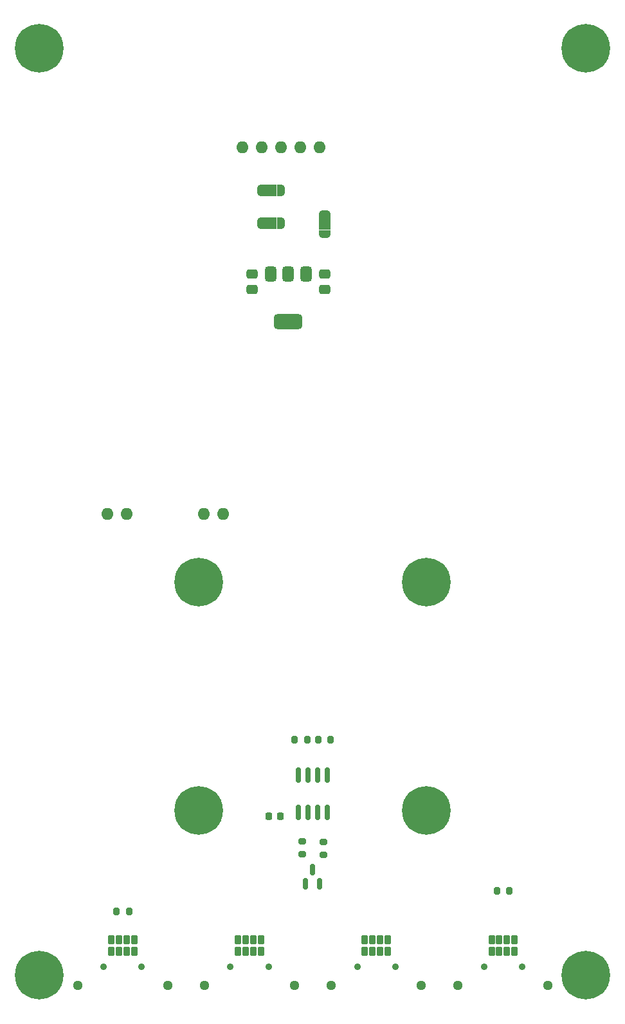
<source format=gbr>
%TF.GenerationSoftware,KiCad,Pcbnew,9.0.6-9.0.6~ubuntu24.04.1*%
%TF.CreationDate,2025-11-23T01:43:00+01:00*%
%TF.ProjectId,COM_BOARD,434f4d5f-424f-4415-9244-2e6b69636164,rev?*%
%TF.SameCoordinates,Original*%
%TF.FileFunction,Soldermask,Bot*%
%TF.FilePolarity,Negative*%
%FSLAX46Y46*%
G04 Gerber Fmt 4.6, Leading zero omitted, Abs format (unit mm)*
G04 Created by KiCad (PCBNEW 9.0.6-9.0.6~ubuntu24.04.1) date 2025-11-23 01:43:00*
%MOMM*%
%LPD*%
G01*
G04 APERTURE LIST*
G04 Aperture macros list*
%AMRoundRect*
0 Rectangle with rounded corners*
0 $1 Rounding radius*
0 $2 $3 $4 $5 $6 $7 $8 $9 X,Y pos of 4 corners*
0 Add a 4 corners polygon primitive as box body*
4,1,4,$2,$3,$4,$5,$6,$7,$8,$9,$2,$3,0*
0 Add four circle primitives for the rounded corners*
1,1,$1+$1,$2,$3*
1,1,$1+$1,$4,$5*
1,1,$1+$1,$6,$7*
1,1,$1+$1,$8,$9*
0 Add four rect primitives between the rounded corners*
20,1,$1+$1,$2,$3,$4,$5,0*
20,1,$1+$1,$4,$5,$6,$7,0*
20,1,$1+$1,$6,$7,$8,$9,0*
20,1,$1+$1,$8,$9,$2,$3,0*%
%AMFreePoly0*
4,1,23,0.000000,0.745722,0.065263,0.745722,0.191342,0.711940,0.304381,0.646677,0.396677,0.554381,0.461940,0.441342,0.495722,0.315263,0.495722,0.250000,0.500000,0.250000,0.500000,-0.250000,0.495722,-0.250000,0.495722,-0.315263,0.461940,-0.441342,0.396677,-0.554381,0.304381,-0.646677,0.191342,-0.711940,0.065263,-0.745722,0.000000,-0.745722,0.000000,-0.750000,-0.550000,-0.750000,
-0.550000,0.750000,0.000000,0.750000,0.000000,0.745722,0.000000,0.745722,$1*%
%AMFreePoly1*
4,1,23,0.550000,-0.750000,0.000000,-0.750000,0.000000,-0.745722,-0.065263,-0.745722,-0.191342,-0.711940,-0.304381,-0.646677,-0.396677,-0.554381,-0.461940,-0.441342,-0.495722,-0.315263,-0.495722,-0.250000,-0.500000,-0.250000,-0.500000,0.250000,-0.495722,0.250000,-0.495722,0.315263,-0.461940,0.441342,-0.396677,0.554381,-0.304381,0.646677,-0.191342,0.711940,-0.065263,0.745722,0.000000,0.745722,
0.000000,0.750000,0.550000,0.750000,0.550000,-0.750000,0.550000,-0.750000,$1*%
G04 Aperture macros list end*
%ADD10C,0.000000*%
%ADD11O,1.600000X1.600000*%
%ADD12C,0.800000*%
%ADD13C,6.400000*%
%ADD14FreePoly0,0.000000*%
%ADD15R,1.000000X1.500000*%
%ADD16FreePoly1,0.000000*%
%ADD17FreePoly0,270.000000*%
%ADD18R,1.500000X1.000000*%
%ADD19FreePoly1,270.000000*%
%ADD20C,1.294000*%
%ADD21RoundRect,0.102000X0.300000X0.525000X-0.300000X0.525000X-0.300000X-0.525000X0.300000X-0.525000X0*%
%ADD22C,0.890000*%
%ADD23RoundRect,0.200000X-0.275000X0.200000X-0.275000X-0.200000X0.275000X-0.200000X0.275000X0.200000X0*%
%ADD24RoundRect,0.250000X-0.475000X0.337500X-0.475000X-0.337500X0.475000X-0.337500X0.475000X0.337500X0*%
%ADD25RoundRect,0.200000X-0.200000X-0.275000X0.200000X-0.275000X0.200000X0.275000X-0.200000X0.275000X0*%
%ADD26RoundRect,0.225000X0.225000X0.250000X-0.225000X0.250000X-0.225000X-0.250000X0.225000X-0.250000X0*%
%ADD27RoundRect,0.150000X0.150000X-0.587500X0.150000X0.587500X-0.150000X0.587500X-0.150000X-0.587500X0*%
%ADD28RoundRect,0.200000X0.200000X0.275000X-0.200000X0.275000X-0.200000X-0.275000X0.200000X-0.275000X0*%
%ADD29RoundRect,0.150000X-0.150000X0.825000X-0.150000X-0.825000X0.150000X-0.825000X0.150000X0.825000X0*%
%ADD30RoundRect,0.500000X-1.400000X0.500000X-1.400000X-0.500000X1.400000X-0.500000X1.400000X0.500000X0*%
%ADD31RoundRect,0.375000X-0.375000X0.625000X-0.375000X-0.625000X0.375000X-0.625000X0.375000X0.625000X0*%
G04 APERTURE END LIST*
D10*
%TO.C,PwrJumper1*%
G36*
X188280000Y-52489999D02*
G01*
X186780000Y-52489999D01*
X186780000Y-50989999D01*
X188280000Y-50989999D01*
X188280000Y-52489999D01*
G37*
%TO.C,PwrJumper2*%
G36*
X195380000Y-52589999D02*
G01*
X193880000Y-52589999D01*
X193880000Y-51089999D01*
X195380000Y-51089999D01*
X195380000Y-52589999D01*
G37*
%TO.C,PwrJumper3*%
G36*
X188280000Y-48189999D02*
G01*
X186780000Y-48189999D01*
X186780000Y-46689999D01*
X188280000Y-46689999D01*
X188280000Y-48189999D01*
G37*
%TD*%
D11*
%TO.C,A1*%
X193940000Y-41740000D03*
X191400000Y-41740000D03*
X188860000Y-41740000D03*
X186320000Y-41740000D03*
X183780000Y-41740000D03*
X166000000Y-90000000D03*
X168540000Y-90000000D03*
X178700000Y-90000000D03*
X181240000Y-90000000D03*
%TD*%
D12*
%TO.C,H16*%
X175600000Y-99000000D03*
X176302944Y-97302944D03*
X176302944Y-100697056D03*
X178000000Y-96600000D03*
D13*
X178000000Y-99000000D03*
D12*
X178000000Y-101400000D03*
X179697056Y-97302944D03*
X179697056Y-100697056D03*
X180400000Y-99000000D03*
%TD*%
%TO.C,H15*%
X226630000Y-150739999D03*
X227332944Y-149042943D03*
X227332944Y-152437055D03*
X229030000Y-148339999D03*
D13*
X229030000Y-150739999D03*
D12*
X229030000Y-153139999D03*
X230727056Y-149042943D03*
X230727056Y-152437055D03*
X231430000Y-150739999D03*
%TD*%
%TO.C,H14*%
X205600000Y-99000000D03*
X206302944Y-97302944D03*
X206302944Y-100697056D03*
X208000000Y-96600000D03*
D13*
X208000000Y-99000000D03*
D12*
X208000000Y-101400000D03*
X209697056Y-97302944D03*
X209697056Y-100697056D03*
X210400000Y-99000000D03*
%TD*%
%TO.C,H13*%
X154630000Y-150739999D03*
X155332944Y-149042943D03*
X155332944Y-152437055D03*
X157030000Y-148339999D03*
D13*
X157030000Y-150739999D03*
D12*
X157030000Y-153139999D03*
X158727056Y-149042943D03*
X158727056Y-152437055D03*
X159430000Y-150739999D03*
%TD*%
%TO.C,H12*%
X205600000Y-129000000D03*
X206302944Y-127302944D03*
X206302944Y-130697056D03*
X208000000Y-126600000D03*
D13*
X208000000Y-129000000D03*
D12*
X208000000Y-131400000D03*
X209697056Y-127302944D03*
X209697056Y-130697056D03*
X210400000Y-129000000D03*
%TD*%
%TO.C,H11*%
X226630000Y-28740000D03*
X227332944Y-27042944D03*
X227332944Y-30437056D03*
X229030000Y-26340000D03*
D13*
X229030000Y-28740000D03*
D12*
X229030000Y-31140000D03*
X230727056Y-27042944D03*
X230727056Y-30437056D03*
X231430000Y-28740000D03*
%TD*%
%TO.C,H10*%
X175600000Y-129000000D03*
X176302944Y-127302944D03*
X176302944Y-130697056D03*
X178000000Y-126600000D03*
D13*
X178000000Y-129000000D03*
D12*
X178000000Y-131400000D03*
X179697056Y-127302944D03*
X179697056Y-130697056D03*
X180400000Y-129000000D03*
%TD*%
%TO.C,H9*%
X154630000Y-28740000D03*
X155332944Y-27042944D03*
X155332944Y-30437056D03*
X157030000Y-26340000D03*
D13*
X157030000Y-28740000D03*
D12*
X157030000Y-31140000D03*
X158727056Y-27042944D03*
X158727056Y-30437056D03*
X159430000Y-28740000D03*
%TD*%
D14*
%TO.C,PwrJumper1*%
X188830000Y-51739999D03*
D15*
X187530000Y-51739999D03*
D16*
X186230000Y-51739999D03*
%TD*%
D17*
%TO.C,PwrJumper2*%
X194630000Y-53139999D03*
D18*
X194630000Y-51839999D03*
D19*
X194630000Y-50539999D03*
%TD*%
D20*
%TO.C,J4*%
X162105000Y-152048332D03*
X173955000Y-152048332D03*
D21*
X169530000Y-147623332D03*
X169530000Y-146073332D03*
X168530000Y-147623332D03*
X168530000Y-146073332D03*
X167530000Y-147623332D03*
X167530000Y-146073332D03*
X166530000Y-147623332D03*
X166530000Y-146073332D03*
D22*
X165530000Y-149598332D03*
X170530000Y-149598332D03*
%TD*%
D23*
%TO.C,R37*%
X194430000Y-134864999D03*
X194430000Y-133214999D03*
%TD*%
D24*
%TO.C,C20*%
X194630000Y-60477499D03*
X194630000Y-58402499D03*
%TD*%
D25*
%TO.C,R35*%
X195425000Y-119700000D03*
X193775000Y-119700000D03*
%TD*%
D26*
%TO.C,C30*%
X187255000Y-129839999D03*
X188805000Y-129839999D03*
%TD*%
D20*
%TO.C,J1*%
X212180000Y-152048332D03*
X224030000Y-152048332D03*
D21*
X219605000Y-147623332D03*
X219605000Y-146073332D03*
X218605000Y-147623332D03*
X218605000Y-146073332D03*
X217605000Y-147623332D03*
X217605000Y-146073332D03*
X216605000Y-147623332D03*
X216605000Y-146073332D03*
D22*
X215605000Y-149598332D03*
X220605000Y-149598332D03*
%TD*%
D27*
%TO.C,D2*%
X193030000Y-136802499D03*
X192080000Y-138677500D03*
X193980000Y-138677500D03*
%TD*%
D20*
%TO.C,J2*%
X195488333Y-152048333D03*
X207338333Y-152048333D03*
D21*
X202913333Y-147623333D03*
X202913333Y-146073333D03*
X201913333Y-147623333D03*
X201913333Y-146073333D03*
X200913333Y-147623333D03*
X200913333Y-146073333D03*
X199913333Y-147623333D03*
X199913333Y-146073333D03*
D22*
X198913333Y-149598333D03*
X203913333Y-149598333D03*
%TD*%
D20*
%TO.C,J3*%
X178796667Y-152048332D03*
X190646667Y-152048332D03*
D21*
X186221667Y-147623332D03*
X186221667Y-146073332D03*
X185221667Y-147623332D03*
X185221667Y-146073332D03*
X184221667Y-147623332D03*
X184221667Y-146073332D03*
X183221667Y-147623332D03*
X183221667Y-146073332D03*
D22*
X182221667Y-149598332D03*
X187221667Y-149598332D03*
%TD*%
D14*
%TO.C,PwrJumper3*%
X188830000Y-47439999D03*
D15*
X187530000Y-47439999D03*
D16*
X186230000Y-47439999D03*
%TD*%
D28*
%TO.C,R34*%
X190675000Y-119700000D03*
X192325000Y-119700000D03*
%TD*%
%TO.C,R1_Term1*%
X167205000Y-142340000D03*
X168855000Y-142340000D03*
%TD*%
D29*
%TO.C,U1*%
X191125000Y-129314999D03*
X192395000Y-129314999D03*
X193665000Y-129314999D03*
X194935000Y-129314999D03*
X194935000Y-124364999D03*
X193665000Y-124364999D03*
X192395000Y-124364999D03*
X191125000Y-124364999D03*
%TD*%
D24*
%TO.C,C19*%
X185030001Y-60477499D03*
X185030001Y-58402499D03*
%TD*%
D25*
%TO.C,R2_Term1*%
X218955000Y-139640000D03*
X217305000Y-139640000D03*
%TD*%
D30*
%TO.C,J10*%
X189830000Y-64689998D03*
D31*
X192130000Y-58389999D03*
X189830000Y-58390000D03*
X187530000Y-58389999D03*
%TD*%
D23*
%TO.C,R36*%
X191630000Y-134765000D03*
X191630000Y-133115000D03*
%TD*%
M02*

</source>
